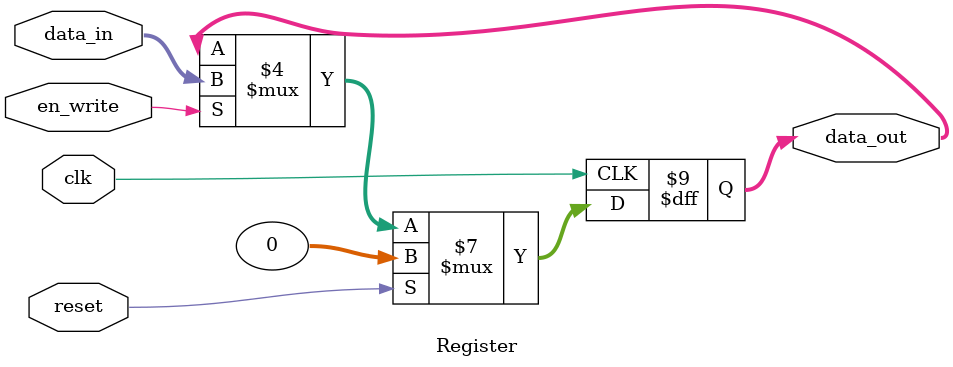
<source format=v>
module Register(
input clk, reset, en_write,
input[BIT_WIDTH - 1: 0] data_in,
output reg [BIT_WIDTH - 1: 0] data_out
);

parameter BIT_WIDTH = 32;
parameter RESET_VALUE = 0;

always @(posedge clk) begin
    if (reset == 1'b1)
        data_out <= RESET_VALUE;
    else if (en_write == 1'b1)
        data_out <= data_in;
end

endmodule
</source>
